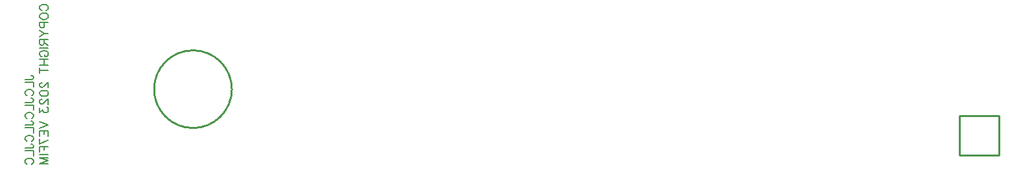
<source format=gbo>
G04 Layer: BottomSilkscreenLayer*
G04 EasyEDA v6.5.29, 2023-07-09 11:22:14*
G04 af5271567b5646799a1a99fc6926053b,5a6b42c53f6a479593ecc07194224c93,10*
G04 Gerber Generator version 0.2*
G04 Scale: 100 percent, Rotated: No, Reflected: No *
G04 Dimensions in millimeters *
G04 leading zeros omitted , absolute positions ,4 integer and 5 decimal *
%FSLAX45Y45*%
%MOMM*%

%ADD10C,0.1520*%
%ADD11C,0.1524*%
%ADD12C,0.2540*%

%LPD*%
D10*
X138661Y1865744D02*
G01*
X221787Y1865744D01*
X237375Y1870941D01*
X242570Y1876135D01*
X247764Y1886526D01*
X247764Y1896917D01*
X242570Y1907308D01*
X237375Y1912505D01*
X221787Y1917700D01*
X211396Y1917700D01*
X138661Y1831454D02*
G01*
X247764Y1831454D01*
X247764Y1831454D02*
G01*
X247764Y1769110D01*
X164637Y1656887D02*
G01*
X154246Y1662084D01*
X143855Y1672475D01*
X138661Y1682864D01*
X138661Y1703646D01*
X143855Y1714037D01*
X154246Y1724428D01*
X164637Y1729625D01*
X180225Y1734820D01*
X206202Y1734820D01*
X221787Y1729625D01*
X232178Y1724428D01*
X242570Y1714037D01*
X247764Y1703646D01*
X247764Y1682864D01*
X242570Y1672475D01*
X232178Y1662084D01*
X221787Y1656887D01*
X138661Y1570644D02*
G01*
X221787Y1570644D01*
X237375Y1575838D01*
X242570Y1581035D01*
X247764Y1591424D01*
X247764Y1601815D01*
X242570Y1612206D01*
X237375Y1617403D01*
X221787Y1622597D01*
X211396Y1622597D01*
X138661Y1536354D02*
G01*
X247764Y1536354D01*
X247764Y1536354D02*
G01*
X247764Y1474007D01*
X164637Y1361785D02*
G01*
X154246Y1366982D01*
X143855Y1377373D01*
X138661Y1387764D01*
X138661Y1408544D01*
X143855Y1418935D01*
X154246Y1429326D01*
X164637Y1434523D01*
X180225Y1439717D01*
X206202Y1439717D01*
X221787Y1434523D01*
X232178Y1429326D01*
X242570Y1418935D01*
X247764Y1408544D01*
X247764Y1387764D01*
X242570Y1377373D01*
X232178Y1366982D01*
X221787Y1361785D01*
X138661Y1275542D02*
G01*
X221787Y1275542D01*
X237375Y1280736D01*
X242570Y1285933D01*
X247764Y1296324D01*
X247764Y1306715D01*
X242570Y1317104D01*
X237375Y1322301D01*
X221787Y1327495D01*
X211396Y1327495D01*
X138661Y1241252D02*
G01*
X247764Y1241252D01*
X247764Y1241252D02*
G01*
X247764Y1178905D01*
X164637Y1066685D02*
G01*
X154246Y1071879D01*
X143855Y1082271D01*
X138661Y1092662D01*
X138661Y1113444D01*
X143855Y1123835D01*
X154246Y1134224D01*
X164637Y1139421D01*
X180225Y1144615D01*
X206202Y1144615D01*
X221787Y1139421D01*
X232178Y1134224D01*
X242570Y1123835D01*
X247764Y1113444D01*
X247764Y1092662D01*
X242570Y1082271D01*
X232178Y1071879D01*
X221787Y1066685D01*
X138661Y980439D02*
G01*
X221787Y980439D01*
X237375Y985634D01*
X242570Y990831D01*
X247764Y1001222D01*
X247764Y1011613D01*
X242570Y1022004D01*
X237375Y1027198D01*
X221787Y1032395D01*
X211396Y1032395D01*
X138661Y946150D02*
G01*
X247764Y946150D01*
X247764Y946150D02*
G01*
X247764Y883805D01*
X164637Y771583D02*
G01*
X154246Y776777D01*
X143855Y787168D01*
X138661Y797560D01*
X138661Y818342D01*
X143855Y828733D01*
X154246Y839124D01*
X164637Y844318D01*
X180225Y849515D01*
X206202Y849515D01*
X221787Y844318D01*
X232178Y839124D01*
X242570Y828733D01*
X247764Y818342D01*
X247764Y797560D01*
X242570Y787168D01*
X232178Y776777D01*
X221787Y771583D01*
D11*
X355137Y2754167D02*
G01*
X344746Y2759364D01*
X334355Y2769755D01*
X329161Y2780144D01*
X329161Y2800926D01*
X334355Y2811317D01*
X344746Y2821708D01*
X355137Y2826905D01*
X370725Y2832100D01*
X396702Y2832100D01*
X412287Y2826905D01*
X422678Y2821708D01*
X433070Y2811317D01*
X438264Y2800926D01*
X438264Y2780144D01*
X433070Y2769755D01*
X422678Y2759364D01*
X412287Y2754167D01*
X329161Y2688704D02*
G01*
X334355Y2699095D01*
X344746Y2709486D01*
X355137Y2714683D01*
X370725Y2719877D01*
X396702Y2719877D01*
X412287Y2714683D01*
X422678Y2709486D01*
X433070Y2699095D01*
X438264Y2688704D01*
X438264Y2667924D01*
X433070Y2657533D01*
X422678Y2647142D01*
X412287Y2641945D01*
X396702Y2636751D01*
X370725Y2636751D01*
X355137Y2641945D01*
X344746Y2647142D01*
X334355Y2657533D01*
X329161Y2667924D01*
X329161Y2688704D01*
X329161Y2602461D02*
G01*
X438264Y2602461D01*
X329161Y2602461D02*
G01*
X329161Y2555702D01*
X334355Y2540114D01*
X339552Y2534920D01*
X349943Y2529725D01*
X365528Y2529725D01*
X375920Y2534920D01*
X381114Y2540114D01*
X386311Y2555702D01*
X386311Y2602461D01*
X329161Y2495435D02*
G01*
X381114Y2453871D01*
X438264Y2453871D01*
X329161Y2412306D02*
G01*
X381114Y2453871D01*
X329161Y2378016D02*
G01*
X438264Y2378016D01*
X329161Y2378016D02*
G01*
X329161Y2331257D01*
X334355Y2315672D01*
X339552Y2310475D01*
X349943Y2305281D01*
X360334Y2305281D01*
X370725Y2310475D01*
X375920Y2315672D01*
X381114Y2331257D01*
X381114Y2378016D01*
X381114Y2341648D02*
G01*
X438264Y2305281D01*
X329161Y2270991D02*
G01*
X438264Y2270991D01*
X355137Y2158768D02*
G01*
X344746Y2163965D01*
X334355Y2174354D01*
X329161Y2184745D01*
X329161Y2205527D01*
X334355Y2215918D01*
X344746Y2226310D01*
X355137Y2231504D01*
X370725Y2236701D01*
X396702Y2236701D01*
X412287Y2231504D01*
X422678Y2226310D01*
X433070Y2215918D01*
X438264Y2205527D01*
X438264Y2184745D01*
X433070Y2174354D01*
X422678Y2163965D01*
X412287Y2158768D01*
X396702Y2158768D01*
X396702Y2184745D02*
G01*
X396702Y2158768D01*
X329161Y2124478D02*
G01*
X438264Y2124478D01*
X329161Y2051743D02*
G01*
X438264Y2051743D01*
X381114Y2124478D02*
G01*
X381114Y2051743D01*
X329161Y1981085D02*
G01*
X438264Y1981085D01*
X329161Y2017453D02*
G01*
X329161Y1944715D01*
X355137Y1825221D02*
G01*
X349943Y1825221D01*
X339552Y1820024D01*
X334355Y1814829D01*
X329161Y1804438D01*
X329161Y1783656D01*
X334355Y1773265D01*
X339552Y1768071D01*
X349943Y1762874D01*
X360334Y1762874D01*
X370725Y1768071D01*
X386311Y1778462D01*
X438264Y1830415D01*
X438264Y1757679D01*
X329161Y1692216D02*
G01*
X334355Y1707804D01*
X349943Y1718195D01*
X375920Y1723389D01*
X391505Y1723389D01*
X417484Y1718195D01*
X433070Y1707804D01*
X438264Y1692216D01*
X438264Y1681825D01*
X433070Y1666239D01*
X417484Y1655848D01*
X391505Y1650654D01*
X375920Y1650654D01*
X349943Y1655848D01*
X334355Y1666239D01*
X329161Y1681825D01*
X329161Y1692216D01*
X355137Y1611167D02*
G01*
X349943Y1611167D01*
X339552Y1605973D01*
X334355Y1600776D01*
X329161Y1590385D01*
X329161Y1569605D01*
X334355Y1559214D01*
X339552Y1554017D01*
X349943Y1548823D01*
X360334Y1548823D01*
X370725Y1554017D01*
X386311Y1564408D01*
X438264Y1616364D01*
X438264Y1543626D01*
X329161Y1498945D02*
G01*
X329161Y1441795D01*
X370725Y1472968D01*
X370725Y1457383D01*
X375920Y1446992D01*
X381114Y1441795D01*
X396702Y1436601D01*
X407093Y1436601D01*
X422678Y1441795D01*
X433070Y1452186D01*
X438264Y1467774D01*
X438264Y1483360D01*
X433070Y1498945D01*
X427875Y1504142D01*
X417484Y1509336D01*
X329161Y1322301D02*
G01*
X438264Y1280736D01*
X329161Y1239174D02*
G01*
X438264Y1280736D01*
X329161Y1204884D02*
G01*
X438264Y1204884D01*
X329161Y1204884D02*
G01*
X329161Y1137343D01*
X381114Y1204884D02*
G01*
X381114Y1163320D01*
X438264Y1204884D02*
G01*
X438264Y1137343D01*
X329161Y1030315D02*
G01*
X438264Y1082271D01*
X329161Y1103053D02*
G01*
X329161Y1030315D01*
X329161Y996025D02*
G01*
X438264Y996025D01*
X329161Y996025D02*
G01*
X329161Y928484D01*
X381114Y996025D02*
G01*
X381114Y954463D01*
X329161Y894194D02*
G01*
X438264Y894194D01*
X329161Y859904D02*
G01*
X438264Y859904D01*
X329161Y859904D02*
G01*
X438264Y818342D01*
X329161Y776777D02*
G01*
X438264Y818342D01*
X329161Y776777D02*
G01*
X438264Y776777D01*
D12*
G75*
G01
X2798699Y1739900D02*
G03X2798699Y1739900I-499999J0D01*
X12151106Y1397000D02*
G01*
X12659106Y1397000D01*
X12659106Y889000D01*
X12151106Y889000D01*
X12151106Y1397000D01*
M02*

</source>
